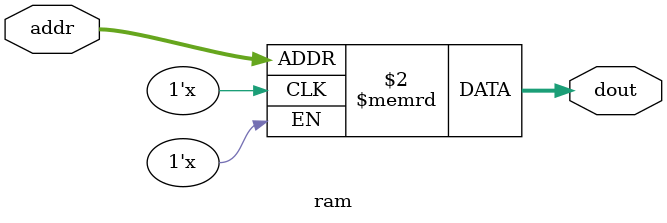
<source format=sv>

module ram #(
    parameter ADDR_WIDTH = 8,                 // number of instruction addresses
              DATA_WIDTH = 32                 // 32-bit RISC-V instructions
)(
    input  logic [ADDR_WIDTH-1:0] addr,       // word address (PC[...:2])
    output logic [DATA_WIDTH-1:0] dout        // instruction
);

    // RAM array: 2^ADDR_WIDTH entries of 32 bits
    logic [DATA_WIDTH-1:0] ram_array [0:(2**ADDR_WIDTH)-1];


    // Asynchronous read: output changes as soon as addr changes
    always_comb begin
        dout = ram_array[addr];
    end
endmodule

</source>
